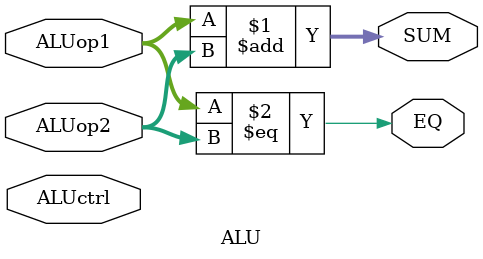
<source format=sv>
module ALU #(
    parameter DATA_WIDTH = 32
)(
    input  logic [DATA_WIDTH-1:0] ALUop1,
    input  logic [DATA_WIDTH-1:0] ALUop2,
    input logic ALUctrl,

    output logic [DATA_WIDTH-1:0] SUM,
    output logic                  EQ
);

    assign SUM = ALUop1 + ALUop2;
    assign EQ  = (ALUop1 == ALUop2);

endmodule
</source>
